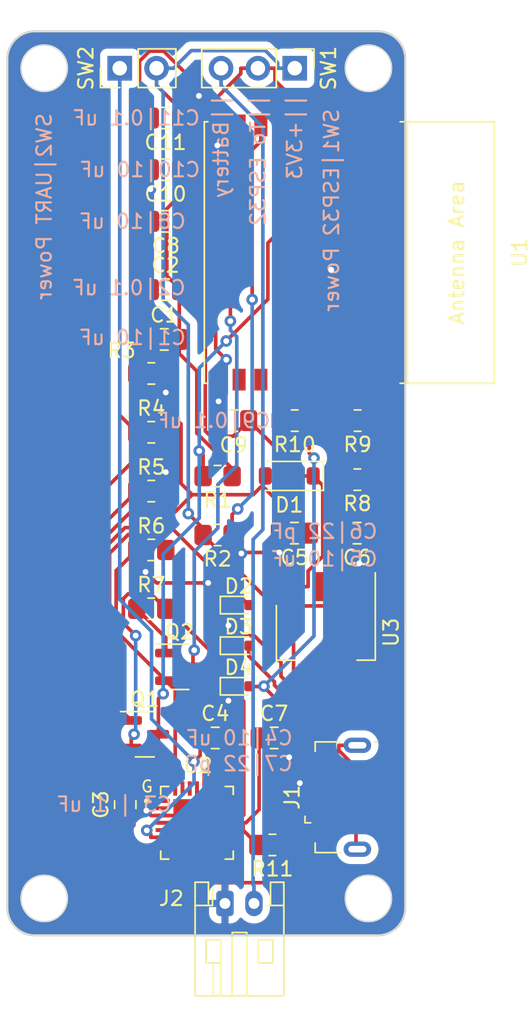
<source format=kicad_pcb>
(kicad_pcb (version 20221018) (generator pcbnew)
  (layers (0 "F.Cu" signal) (31 "B.Cu" signal) (34 "B.Paste" user) (35 "F.Paste" user) (36 "B.SilkS" user "B.Silkscreen") (37 "F.SilkS" user "F.Silkscreen") (38 "B.Mask" user) (39 "F.Mask" user) (44 "Edge.Cuts" user))
  (net 0 "")
  (net 1 "GND")
  (net 2 "+3V3")
  (net 3 "Net-(Q1-C)")
  (net 4 "Net-(D1-A)")
  (net 5 "Net-(U2-GPIO.0{slash}TXT)")
  (net 6 "Net-(U2-GPIO.1{slash}RXT)")
  (net 7 "+5V")
  (net 8 "Net-(D3-A)")
  (net 9 "Net-(D4-A)")
  (net 11 "unconnected-(J1-Shield-Pad6)")
  (net 12 "Net-(Q1-B)")
  (net 13 "Net-(Q1-E)")
  (net 14 "Net-(Q2-B)")
  (net 15 "Net-(Q2-E)")
  (net 16 "Net-(Q2-C)")
  (net 17 "Net-(U1-GPIO8)")
  (net 18 "Net-(U2-~{RST})")
  (net 19 "Net-(U2-~{SUSPEND})")
  (net 20 "Net-(U1-GPIO19{slash}USB_D+)")
  (net 21 "Net-(U1-GPIO18{slash}USB_D-)")
  (net 24 "PowerToESP32")
  (net 25 "Net-(J2-Pin_2)")
  (net 51 "SDA")
  (net 52 "SCL")
  (net 53 "Net-(U2-VDD)")
  (footprint "Capacitor_SMD:C_0805_2012Metric_Pad1.18x1.45mm_HandSolder" (layer "F.Cu") (at 88.8785 57.404 180)
    (fp_text reference "C11")
    (fp_text value "0.1 uF")
  )
  (footprint "Package_TO_SOT_SMD:SOT-23" (layer "F.Cu") (at 89.8375 95.184)
    (fp_text reference "Q2")
    (fp_text value "BC818")
  )
  (footprint "Resistor_SMD:R_0805_2012Metric_Pad1.20x1.40mm_HandSolder" (layer "F.Cu") (at 87.9 79.036)
    (fp_text reference "R4")
    (fp_text value "1k")
  )
  (footprint "Resistor_SMD:R_0805_2012Metric_Pad1.20x1.40mm_HandSolder" (layer "F.Cu") (at 92.472 86.106 180)
    (fp_text reference "R2")
    (fp_text value "10k")
  )
  (footprint "Connector_PinHeader_2.54mm:PinHeader_1x03_P2.54mm_Vertical" (layer "F.Cu") (at 97.79 53.975 -90)
    (fp_text reference "SW1")
    (fp_text value "SW_DPDT_x2")
  )
  (footprint "Connector_JST:JST_PH_S2B-PH-K_1x02_P2.00mm_Horizontal" (layer "F.Cu") (at 92.98 111.469)
    (fp_text reference "J2")
    (fp_text value "Battery_Connector")
  )
  (footprint "Capacitor_SMD:C_0805_2012Metric_Pad1.18x1.45mm_HandSolder" (layer "F.Cu") (at 88.8785 69.215)
    (fp_text reference "C2")
    (fp_text value "0.1 uF")
  )
  (footprint "Capacitor_SMD:C_0805_2012Metric_Pad1.18x1.45mm_HandSolder" (layer "F.Cu") (at 88.7945 72.644)
    (fp_text reference "C1")
    (fp_text value "10 uF")
  )
  (footprint "Diode_SMD:D_SOD-523" (layer "F.Cu") (at 93.918 96.52)
    (fp_text reference "D4")
    (fp_text value "1N914WT")
  )
  (footprint "Resistor_SMD:R_0805_2012Metric_Pad1.20x1.40mm_HandSolder" (layer "F.Cu") (at 102.108 82.296 180)
    (fp_text reference "R8")
    (fp_text value "0")
  )
  (footprint "Package_TO_SOT_SMD:SOT-23" (layer "F.Cu") (at 87.4545 99.822)
    (fp_text reference "Q1")
    (fp_text value "BC818")
  )
  (footprint "Capacitor_SMD:C_0805_2012Metric_Pad1.18x1.45mm_HandSolder" (layer "F.Cu") (at 92.3075 100.076)
    (fp_text reference "C4")
    (fp_text value "10 uF")
  )
  (footprint "Resistor_SMD:R_0805_2012Metric_Pad1.20x1.40mm_HandSolder" (layer "F.Cu") (at 97.79 78.232 180)
    (fp_text reference "R10")
    (fp_text value "0")
  )
  (footprint "Connector_USB:USB_Micro-B_GCT_USB3076-30-A" (layer "F.Cu") (at 100.908 104.159 90)
    (fp_text reference "J1")
    (fp_text value "USB_B_Micro")
  )
  (footprint "Resistor_SMD:R_0805_2012Metric_Pad1.20x1.40mm_HandSolder" (layer "F.Cu") (at 87.9 91.186)
    (fp_text reference "R7")
    (fp_text value "10k")
  )
  (footprint "Package_TO_SOT_SMD:SOT-223-3_TabPin2" (layer "F.Cu") (at 99.935 92.812 -90)
    (fp_text reference "U3")
    (fp_text value "LD1117S33TR_SOT223")
  )
  (footprint "Connector_PinHeader_2.54mm:PinHeader_1x02_P2.54mm_Vertical" (layer "F.Cu") (at 85.725 53.975 90)
    (fp_text reference "SW2")
    (fp_text value "SW_DIP_x01")
  )
  (footprint "Resistor_SMD:R_0805_2012Metric_Pad1.20x1.40mm_HandSolder" (layer "F.Cu") (at 87.9 74.986)
    (fp_text reference "R3")
    (fp_text value "47.5k")
  )
  (footprint "Resistor_SMD:R_0805_2012Metric_Pad1.20x1.40mm_HandSolder" (layer "F.Cu") (at 92.472 82.056 180)
    (fp_text reference "R1")
    (fp_text value "10k")
  )
  (footprint "Capacitor_SMD:C_0805_2012Metric_Pad1.18x1.45mm_HandSolder" (layer "F.Cu") (at 97.7685 85.979 180)
    (fp_text reference "C5")
    (fp_text value "1 uF")
  )
  (footprint "espressif kicad-libraries main footprints-Espressif:ESP32-C3-WROOM-02" (layer "F.Cu") (at 98.555 66.662 -90)
    (fp_text reference "U1")
    (fp_text value "ESP32-C3-WROOM-02")
  )
  (footprint "Resistor_SMD:R_0805_2012Metric_Pad1.20x1.40mm_HandSolder" (layer "F.Cu") (at 87.9 87.136)
    (fp_text reference "R6")
    (fp_text value "10k")
  )
  (footprint "Capacitor_SMD:C_0805_2012Metric_Pad1.18x1.45mm_HandSolder" (layer "F.Cu") (at 102.0865 85.979 180)
    (fp_text reference "C6")
    (fp_text value "22 pF")
  )
  (footprint "Resistor_SMD:R_0805_2012Metric_Pad1.20x1.40mm_HandSolder" (layer "F.Cu") (at 87.9 83.086)
    (fp_text reference "R5")
    (fp_text value "10k")
  )
  (footprint "Resistor_SMD:R_0805_2012Metric_Pad1.20x1.40mm_HandSolder" (layer "F.Cu") (at 102.124 78.232 180)
    (fp_text reference "R9")
    (fp_text value "0")
  )
  (footprint "Diode_SMD:D_SOD-523" (layer "F.Cu") (at 93.918 93.726)
    (fp_text reference "D3")
    (fp_text value "1N914WT")
  )
  (footprint "Capacitor_SMD:C_0805_2012Metric_Pad1.18x1.45mm_HandSolder" (layer "F.Cu") (at 88.8785 60.96 180)
    (fp_text reference "C10")
    (fp_text value "10 uF")
  )
  (footprint "Capacitor_SMD:C_0805_2012Metric_Pad1.18x1.45mm_HandSolder" (layer "F.Cu") (at 96.3715 100.076)
    (fp_text reference "C7")
    (fp_text value "22 pF")
  )
  (footprint "Capacitor_SMD:C_0805_2012Metric_Pad1.18x1.45mm_HandSolder" (layer "F.Cu") (at 88.9 64.516 180)
    (fp_text reference "C8")
    (fp_text value "10 uF")
  )
  (footprint "Diode_SMD:D_SOD-523" (layer "F.Cu") (at 93.918 90.932)
    (fp_text reference "D2")
    (fp_text value "1N914WT")
  )
  (footprint "Capacitor_SMD:C_0805_2012Metric_Pad1.18x1.45mm_HandSolder" (layer "F.Cu") (at 86.106 104.6695 90)
    (fp_text reference "C3")
    (fp_text value "1 uF")
  )
  (footprint "Diode_SMD:D_SOD-123" (layer "F.Cu") (at 97.41 82.042 180)
    (fp_text reference "D1")
    (fp_text value "MBR0540")
  )
  (footprint "Resistor_SMD:R_0805_2012Metric_Pad1.20x1.40mm_HandSolder" (layer "F.Cu") (at 96.25 107.442 180)
    (fp_text reference "R11")
    (fp_text value "0")
  )
  (footprint "Capacitor_SMD:C_0805_2012Metric_Pad1.18x1.45mm_HandSolder" (layer "F.Cu") (at 93.5775 78.232 180)
    (fp_text reference "C9")
    (fp_text value "0.1 uF")
  )
  (footprint "CP2102N_A02_GQFN28:QFN50P500X500X80-29N" (layer "F.Cu") (at 91.0505 105.918)
    (fp_text reference "U2")
    (fp_text value "CP2102N-A02-GQFN28")
  )
  (gr_circle (center 80.518 111.125) (end 82.118 111.125) (stroke (width 0.1)) (fill none) (layer "Edge.Cuts"))
  (gr_arc (start 79.883 113.665) (mid 78.535962 113.107038) (end 77.978 111.76) (stroke (width 0.15)) (layer "Edge.Cuts"))
  (gr_arc (start 105.41 111.76) (mid 104.852038 113.107038) (end 103.505 113.665) (stroke (width 0.15)) (layer "Edge.Cuts"))
  (gr_circle (center 80.518 53.975) (end 82.118 53.975) (stroke (width 0.1)) (fill none) (layer "Edge.Cuts"))
  (gr_line (start 105.41 53.34) (end 105.41 111.76) (stroke (width 0.15)) (layer "Edge.Cuts"))
  (gr_arc (start 103.505 51.435) (mid 104.852038 51.992962) (end 105.41 53.34) (stroke (width 0.15)) (layer "Edge.Cuts"))
  (gr_arc (start 77.978 53.34) (mid 78.535962 51.992962) (end 79.883 51.435) (stroke (width 0.15)) (layer "Edge.Cuts"))
  (gr_circle (center 102.87 53.975) (end 104.47 53.975) (stroke (width 0.1)) (fill none) (layer "Edge.Cuts"))
  (gr_circle (center 102.87 111.125) (end 104.47 111.125) (stroke (width 0.1)) (fill none) (layer "Edge.Cuts"))
  (gr_line (start 77.978 111.76) (end 77.978 53.34) (stroke (width 0.15)) (layer "Edge.Cuts"))
  (gr_line (start 79.883 51.435) (end 103.505 51.435) (stroke (width 0.15)) (layer "Edge.Cuts"))
  (gr_line (start 103.505 113.665) (end 79.883 113.665) (stroke (width 0.15)) (layer "Edge.Cuts"))
  (gr_text "C2|0.1 uF" (at 86.36 69.088) (layer "B.SilkS") (effects (font (size 1 1)) (justify mirror)))
  (gr_text "C7|22 pF" (at 93.98 101.854) (layer "B.SilkS") (effects (font (size 1 1)) (justify mirror)))
  (gr_text "||+3V3" (at 97.79 55.626 90) (layer "B.SilkS") (effects (font (size 1 1)) (justify left mirror)))
  (gr_text "C10|10 uF" (at 87.122 60.96) (layer "B.SilkS") (effects (font (size 1 1)) (justify mirror)))
  (gr_text "C11|0.1 uF" (at 86.868 57.404) (layer "B.SilkS") (effects (font (size 1 1)) (justify mirror)))
  (gr_text "C5|10 uF" (at 99.822 87.757) (layer "B.SilkS") (effects (font (size 1 1)) (justify mirror)))
  (gr_text "SW2|UART Power" (at 80.518 63.5 90) (layer "B.SilkS") (effects (font (size 1 1)) (justify mirror)))
  (gr_text "C6|22 pF" (at 99.822 85.859) (layer "B.SilkS") (effects (font (size 1 1)) (justify mirror)))
  (gr_text "SW1|ESP32 Power" (at 100.33 63.754 90) (layer "B.SilkS") (effects (font (size 1 1)) (justify mirror)))
  (gr_text "C8|10 uF" (at 86.614 64.516) (layer "B.SilkS") (effects (font (size 1 1)) (justify mirror)))
  (gr_text "||Battery" (at 92.71 55.626 90) (layer "B.SilkS") (effects (font (size 1 1)) (justify left mirror)))
  (gr_text "C1|10 uF" (at 86.614 72.517) (layer "B.SilkS") (effects (font (size 1 1)) (justify mirror)))
  (gr_text "C4|10 uF" (at 93.98 100.076) (layer "B.SilkS") (effects (font (size 1 1)) (justify mirror)))
  (gr_text "C3 | 1 uF" (at 85.344 104.648) (layer "B.SilkS") (effects (font (size 1 1)) (justify mirror)))
  (gr_text "C9|0.1 uF" (at 92.202 78.232) (layer "B.SilkS") (effects (font (size 1 1)) (justify mirror)))
  (gr_text "||To ESP32" (at 95.25 55.626 90) (layer "B.SilkS") (effects (font (size 1 1)) (justify left mirror)))
  (gr_text "G" (at 87.122 103.886) (layer "F.SilkS") (effects (font (size 0.8 0.8) (thickness 0.125)) (justify left bottom)))
  (segment (start 88.9 81.7806) (end 88.9 83.086) (width 0.25) (layer "F.Cu") (net 1))
  (segment (start 87.841 64.5375) (end 87.8625 64.516) (width 0.25) (layer "F.Cu") (net 1))
  (segment (start 92.3419 59.3974) (end 92.455 59.2843) (width 0.25) (layer "F.Cu") (net 1))
  (segment (start 91.186 55.234299) (end 91.186 55.88) (width 0.25) (layer "F.Cu") (net 1))
  (segment (start 93.218 96.52) (end 93.218 97.514) (width 0.25) (layer "F.Cu") (net 1))
  (segment (start 88.265 89.408) (end 87.503 88.646) (width 0.25) (layer "F.Cu") (net 1))
  (segment (start 98.255 67.047) (end 98.255 67.572) (width 0.25) (layer "F.Cu") (net 1))
  (segment (start 88.9 74.986) (end 88.9 76.2944) (width 0.25) (layer "F.Cu") (net 1))
  (segment (start 92.455 59.2843) (end 92.455 57.912) (width 0.25) (layer "F.Cu") (net 1))
  (segment (start 88.9 74.986) (end 88.9 73.787) (width 0.25) (layer "F.Cu") (net 1))
  (segment (start 87.09 53.488299) (end 87.778299 52.8) (width 0.25) (layer "F.Cu") (net 1))
  (segment (start 86.1128 103.632) (end 86.106 103.632) (width 0.25) (layer "F.Cu") (net 1))
  (segment (start 98.255 66.522) (end 98.255 67.047) (width 0.25) (layer "F.Cu") (net 1))
  (segment (start 87.8686 105.3878) (end 87.5619 105.0811) (width 0.25) (layer "F.Cu") (net 1))
  (segment (start 97.409 100.076) (end 97.409 101.404) (width 0.25) (layer "F.Cu") (net 1))
  (segment (start 96.731 87.3102) (end 96.731 85.979) (width 0.25) (layer "F.Cu") (net 1))
  (segment (start 97.155 66.522) (end 97.155 67.047) (width 0.25) (layer "F.Cu") (net 1))
  (segment (start 96.731 87.3102) (end 94.1728 87.3102) (width 0.25) (layer "F.Cu") (net 1))
  (segment (start 102.235 88.0578) (end 101.049 86.8718) (width 0.25) (layer "F.Cu") (net 1))
  (segment (start 94.1728 87.3102) (end 94.107 87.376) (width 0.25) (layer "F.Cu") (net 1))
  (segment (start 88.9 73.787) (end 87.757 72.644) (width 0.25) (layer "F.Cu") (net 1))
  (segment (start 88.6905 105.418) (end 87.8686 105.418) (width 0.25) (layer "F.Cu") (net 1))
  (segment (start 92.54 76.904) (end 92.54 78.232) (width 0.25) (layer "F.Cu") (net 1))
  (segment (start 99.458 102.859) (end 98.4311 102.859) (width 0.25) (layer "F.Cu") (net 1))
  (segment (start 87.8686 105.418) (end 87.8686 105.3878) (width 0.25) (layer "F.Cu") (net 1))
  (segment (start 87.841 60.96) (end 87.841 57.404) (width 0.25) (layer "F.Cu") (net 1))
  (segment (start 90.5505 105.418) (end 91.0505 105.918) (width 0.25) (layer "F.Cu") (net 1))
  (segment (start 97.155 67.047) (end 97.155 67.572) (width 0.25) (layer "F.Cu") (net 1))
  (segment (start 93.218 97.514) (end 93.345 97.641) (width 0.25) (layer "F.Cu") (net 1))
  (segment (start 93.218 92.3302) (end 93.218 90.932) (width 0.25) (layer "F.Cu") (net 1))
  (segment (start 92.3419 73.3136) (end 92.3419 59.3974) (width 0.25) (layer "F.Cu") (net 1))
  (segment (start 98.4311 102.8958) (end 98.4311 102.859) (width 0.25) (layer "F.Cu") (net 1))
  (segment (start 87.841 62.3042) (end 87.8625 62.3257) (width 0.25) (layer "F.Cu") (net 1))
  (segment (start 98.255 68.722) (end 97.8319 68.722) (width 0.25) (layer "F.Cu") (net 1))
  (segment (start 87.841 69.215) (end 87.841 72.56) (width 0.25) (layer "F.Cu") (net 1))
  (segment (start 87.841 69.215) (end 87.841 64.5375) (width 0.25) (layer "F.Cu") (net 1))
  (segment (start 87.841 62.3042) (end 87.841 60.96) (width 0.25) (layer "F.Cu") (net 1))
  (segment (start 99.355 67.572) (end 100.0319 67.572) (width 0.25) (layer "F.Cu") (net 1))
  (segment (start 87.5619 105.0811) (end 86.1128 103.632) (width 0.25) (layer "F.Cu") (net 1))
  (segment (start 101.049 86.8718) (end 101.049 85.979) (width 0.25) (layer "F.Cu") (net 1))
  (segment (start 98.255 67.572) (end 98.9319 67.572) (width 0.25) (layer "F.Cu") (net 1))
  (segment (start 88.6905 105.418) (end 90.5505 105.418) (width 0.25) (layer "F.Cu") (net 1))
  (segment (start 99.355 68.722) (end 98.9319 68.722) (width 0.25) (layer "F.Cu") (net 1))
  (segment (start 93.345 97.641) (end 93.345 100.076) (width 0.25) (layer "F.Cu") (net 1))
  (segment (start 98.255 68.722) (end 98.9319 68.722) (width 0.25) (layer "F.Cu") (net 1))
  (segment (start 99.355 67.572) (end 99.355 66.522) (width 0.25) (layer "F.Cu") (net 1))
  (segment (start 99.355 67.572) (end 99.355 68.722) (width 0.25) (layer "F.Cu") (net 1))
  (segment (start 98.255 67.047) (end 97.155 67.047) (width 0.25) (layer "F.Cu") (net 1))
  (segment (start 98.1405 103.1864) (end 98.4311 102.8958) (width 0.25) (layer "F.Cu") (net 1))
  (segment (start 93.0693 74.041) (end 92.3419 73.3136) (width 0.25) (layer "F.Cu") (net 1))
  (segment (start 99.355 67.572) (end 98.9319 67.572) (width 0.25) (layer "F.Cu") (net 1))
  (segment (start 87.8625 62.3257) (end 87.8625 64.516) (width 0.25) (layer "F.Cu") (net 1))
  (segment (start 87.841 72.56) (end 87.757 72.644) (width 0.25) (layer "F.Cu") (net 1))
  (segment (start 87.09 56.653) (end 87.09 53.488299) (width 0.25) (layer "F.Cu") (net 1))
  (segment (start 91.821 89.408) (end 88.265 89.408) (width 0.25) (layer "F.Cu") (net 1))
  (segment (start 87.841 57.404) (end 87.09 56.653) (width 0.25) (layer "F.Cu") (net 1))
  (segment (start 87.778299 52.8) (end 88.751701 52.8) (width 0.25) (layer "F.Cu") (net 1))
  (segment (start 100.0319 67.572) (end 100.3077 67.8478) (width 0.25) (layer "F.Cu") (net 1))
  (segment (start 93.218 93.726) (end 93.218 92.3302) (width 0.25) (layer "F.Cu") (net 1))
  (segment (start 88.751701 52.8) (end 91.186 55.234299) (width 0.25) (layer "F.Cu") (net 1))
  (segment (start 97.155 68.722) (end 97.8319 68.722) (width 0.25) (layer "F.Cu") (net 1))
  (segment (start 102.235 88.0578) (end 102.235 89.662) (width 0.25) (layer "F.Cu") (net 1))
  (via (at 88.9 81.7806) (size 0.8) (drill 0.4) (layers "F.Cu" "B.Cu") (net 1))
  (via (at 98.1405 103.1864) (size 0.8) (drill 0.4) (layers "F.Cu" "B.Cu") (net 1))
  (via (at 93.0693 74.041) (size 0.8) (drill 0.4) (layers "F.Cu" "B.Cu") (net 1))
  (via (at 102.235 88.0578) (size 0.8) (drill 0.4) (layers "F.Cu" "B.Cu") (net 1))
  (via (at 92.455 59.2843) (size 0.8) (drill 0.4) (layers "F.Cu" "B.Cu") (net 1))
  (via (at 93.218 97.514) (size 0.8) (drill 0.4) (layers "F.Cu" "B.Cu") (net 1))
  (via (at 87.5619 105.0811) (size 0.8) (drill 0.4) (layers "F.Cu" "B.Cu") (net 1))
  (via (at 91.186 55.88) (size 0.8) (drill 0.4) (layers "F.Cu" "B.Cu") (net 1))
  (via (at 96.731 87.3102) (size 0.8) (drill 0.4) (layers "F.Cu" "B.Cu") (net 1))
  (via (at 87.841 62.3042) (size 0.8) (drill 0.4) (layers "F.Cu" "B.Cu") (net 1))
  (via (at 91.821 89.408) (size 0.8) (drill 0.4) (layers "F.Cu" "B.Cu") (net 1))
  (via (at 87.503 88.646) (size 0.8) (drill 0.4) (layers "F.Cu" "B.Cu") (net 1))
  (via (at 88.9 76.2944) (size 0.8) (drill 0.4) (layers "F.Cu" "B.Cu") (net 1))
  (via (at 92.54 76.904) (size 0.8) (drill 0.4) (layers "F.Cu" "B.Cu") (net 1))
  (via (at 94.107 87.376) (size 0.8) (drill 0.4) (layers "F.Cu" "B.Cu") (net 1))
  (via (at 97.409 101.404) (size 0.8) (drill 0.4) (layers "F.Cu" "B.Cu") (net 1))
  (via (at 100.3077 67.8478) (size 0.8) (drill 0.4) (layers "F.Cu" "B.Cu") (net 1))
  (via (at 93.218 92.3302) (size 0.8) (drill 0.4) (layers "F.Cu" "B.Cu") (net 1))
  (segment (start 91.186 55.88) (end 91.186 58.0153) (width 0.25) (layer "B.Cu") (net 1))
  (segment (start 93.0693 76.3747) (end 93.0693 74.041) (width 0.25) (layer "B.Cu") (net 1))
  (segment (start 91.186 58.0153) (end 92.455 59.2843) (width 0.25) (layer "B.Cu") (net 1))
  (segment (start 94.107 87.376) (end 93.853 87.376) (width 0.25) (layer "B.Cu") (net 1))
  (segment (start 93.853 87.376) (end 91.821 89.408) (width 0.25) (layer "B.Cu") (net 1))
  (segment (start 92.54 76.904) (end 93.0693 76.3747) (width 0.25) (layer "B.Cu") (net 1))
  (segment (start 99.935 90.9889) (end 98.3321 90.9889) (width 0.25) (layer "F.Cu") (net 2))
  (segment (start 89.916 57.404) (end 89.916 56.8029) (width 0.25) (layer "F.Cu") (net 2))
  (segment (start 89.916 56.8029) (end 88.265 55.1519) (width 0.25) (layer "F.Cu") (net 2))
  (segment (start 97.7081 91.6129) (end 96.9789 91.6129) (width 0.25) (layer "F.Cu") (net 2))
  (segment (start 97.7081 95.962) (end 97.7081 91.6129) (width 0.25) (layer "F.Cu") (net 2))
  (segment (start 91.472 85.6528) (end 90.4518 84.6326) (width 0.25) (layer "F.Cu") (net 2))
  (segment (start 99.935 89.662) (end 99.935 90.9889) (width 0.25) (layer "F.Cu") (net 2))
  (segment (start 89.916 60.96) (end 89.916 57.404) (width 0.25) (layer "F.Cu") (net 2))
  (segment (start 88.265 53.975) (end 88.265 55.1519) (width 0.25) (layer "F.Cu") (net 2))
  (segment (start 99.935 95.962) (end 97.7081 95.962) (width 0.25) (layer "F.Cu") (net 2))
  (segment (start 91.472 86.106) (end 91.472 85.6528) (width 0.25) (layer "F.Cu") (net 2))
  (segment (start 98.3321 90.9889) (end 97.7081 91.6129) (width 0.25) (layer "F.Cu") (net 2))
  (segment (start 96.9789 91.6129) (end 91.472 86.106) (width 0.25) (layer "F.Cu") (net 2))
  (via (at 90.4518 84.6326) (size 0.8) (drill 0.4) (layers "F.Cu" "B.Cu") (net 2))
  (segment (start 95.7673 52.7614) (end 90.6555 52.7614) (width 0.25) (layer "B.Cu") (net 2))
  (segment (start 90.6555 52.7614) (end 89.4419 53.975) (width 0.25) (layer "B.Cu") (net 2))
  (segment (start 90.4518 71.6421) (end 88.7192 69.9095) (width 0.25) (layer "B.Cu") (net 2))
  (segment (start 90.4518 84.6326) (end 90.4518 71.6421) (width 0.25) (layer "B.Cu") (net 2))
  (segment (start 96.6131 53.975) (end 96.6131 53.6072) (width 0.25) (layer "B.Cu") (net 2))
  (segment (start 88.265 53.975) (end 89.4419 53.975) (width 0.25) (layer "B.Cu") (net 2))
  (segment (start 88.7192 69.9095) (end 88.7192 55.6061) (width 0.25) (layer "B.Cu") (net 2))
  (segment (start 88.265 53.975) (end 88.265 55.1519) (width 0.25) (layer "B.Cu") (net 2))
  (segment (start 97.79 53.975) (end 96.6131 53.975) (width 0.25) (layer "B.Cu") (net 2))
  (segment (start 88.7192 55.6061) (end 88.265 55.1519) (width 0.25) (layer "B.Cu") (net 2))
  (segment (start 96.6131 53.6072) (end 95.7673 52.7614) (width 0.25) (layer "B.Cu") (net 2))
  (segment (start 91.472 80.5854) (end 91.2078 80.3212) (width 0.25) (layer "F.Cu") (net 3))
  (segment (start 88.392 97.3678) (end 88.7217 97.0381) (width 0.25) (layer "F.Cu") (net 3))
  (segment (start 95.9372 66.0067) (end 95.9372 69.8827) (width 0.25) (layer "F.Cu") (net 3))
  (segment (start 102.955 58.9889) (end 95.9372 66.0067) (width 0.25) (layer "F.Cu") (net 3))
  (segment (start 95.9372 69.8827) (end 93.0669 72.753) (width 0.25) (layer "F.Cu") (net 3))
  (segment (start 85.0124 103.0902) (end 85.0124 104.6134) (width 0.25) (layer "F.Cu") (net 3))
  (segment (start 86.7775 101.9847) (end 86.1179 101.9847) (width 0.25) (layer "F.Cu") (net 3))
  (segment (start 86.1179 101.9847) (end 85.0124 103.0902) (width 0.25) (layer "F.Cu") (net 3))
  (segment (start 88.392 99.822) (end 88.392 97.3678) (width 0.25) (layer "F.Cu") (net 3))
  (segment (start 102.955 57.912) (end 102.955 58.9889) (width 0.25) (layer "F.Cu") (net 3))
  (segment (start 91.472 82.056) (end 91.472 80.5854) (width 0.25) (layer "F.Cu") (net 3))
  (segment (start 88.392 99.822) (end 88.392 100.3702) (width 0.25) (layer "F.Cu") (net 3))
  (segment (start 88.392 100.3702) (end 86.7775 101.9847) (width 0.25) (layer "F.Cu") (net 3))
  (segment (start 85.0124 104.6134) (end 86.106 105.707) (width 0.25) (layer "F.Cu") (net 3))
  (via (at 88.7217 97.0381) (size 0.8) (drill 0.4) (layers "F.Cu" "B.Cu") (net 3))
  (via (at 93.0669 72.753) (size 0.8) (drill 0.4) (layers "F.Cu" "B.Cu") (net 3))
  (via (at 91.2078 80.3212) (size 0.8) (drill 0.4) (layers "F.Cu" "B.Cu") (net 3))
  (segment (start 93.0669 72.753) (end 91.2078 74.6121) (width 0.25) (layer "B.Cu") (net 3))
  (segment (start 91.2078 80.3212) (end 91.2078 84.9393) (width 0.25) (layer "B.Cu") (net 3))
  (segment (start 88.7217 87.4254) (end 88.7217 97.0381) (width 0.25) (layer "B.Cu") (net 3))
  (segment (start 91.2078 84.9393) (end 88.7217 87.4254) (width 0.25) (layer "B.Cu") (net 3))
  (segment (start 91.2078 74.6121) (end 91.2078 80.3212) (width 0.25) (layer "B.Cu") (net 3))
  (segment (start 88.3379 77.928) (end 89.4107 77.928) (width 0.25) (layer "F.Cu") (net 4))
  (segment (start 89.4107 77.928) (end 89.9501 78.4674) (width 0.25) (layer "F.Cu") (net 4))
  (segment (start 86.7524 110.0409) (end 96.2983 110.0409) (width 0.25) (layer "F.Cu") (net 4))
  (segment (start 89.9501 78.4674) (end 89.9501 82.5616) (width 0.25) (layer "F.Cu") (net 4))
  (segment (start 84.5197 105.8145) (end 84.5197 87.1722) (width 0.25) (layer "F.Cu") (net 4))
  (segment (start 95.5417 82.7147) (end 98.806 85.979) (width 0.25) (layer "F.Cu") (net 4))
  (segment (start 86.0957 85.5962) (end 89.2822 85.5962) (width 0.25) (layer "F.Cu") (net 4))
  (segment (start 89.9501 82.5616) (end 90.7223 83.3338) (width 0.25) (layer "F.Cu") (net 4))
  (segment (start 94.9226 83.3338) (end 90.7223 83.3338) (width 0.25) (layer "F.Cu") (net 4))
  (segment (start 88.3379 77.928) (end 86.9 76.4901) (width 0.25) (layer "F.Cu") (net 4))
  (segment (start 83.1358 84.5277) (end 83.1358 106.4243) (width 0.25) (layer "F.Cu") (net 4))
  (segment (start 90.7223 83.3338) (end 89.2822 84.7739) (width 0.25) (layer "F.Cu") (net 4))
  (segment (start 89.2822 84.7739) (end 89.2822 85.5962) (width 0.25) (layer "F.Cu") (net 4))
  (segment (start 83.1358 106.4243) (end 86.7524 110.0409) (width 0.25) (layer "F.Cu") (net 4))
  (segment (start 84.5197 87.1722) (end 86.0957 85.5962) (width 0.25) (layer "F.Cu") (net 4))
  (segment (start 95.76 82.4964) (end 95.5417 82.7147) (width 0.25) (layer "F.Cu") (net 4))
  (segment (start 86.9 76.4901) (end 86.9 74.986) (width 0.25) (layer "F.Cu") (net 4))
  (segment (start 96.2983 110.0409) (end 98.4311 107.9081) (width 0.25) (layer "F.Cu") (net 4))
  (segment (start 95.76 82.042) (end 95.76 82.4964) (width 0.25) (layer "F.Cu") (net 4))
  (segment (start 87.9 79.7635) (end 83.1358 84.5277) (width 0.25) (layer "F.Cu") (net 4))
  (segment (start 87.9 78.3659) (end 87.9 79.7635) (width 0.25) (layer "F.Cu") (net 4))
  (segment (start 89.5505 108.278) (end 86.9832 108.278) (width 0.25) (layer "F.Cu") (net 4))
  (segment (start 89.2822 85.5962) (end 94.618 90.932) (width 0.25) (layer "F.Cu") (net 4))
  (segment (start 99.458 105.459) (end 98.4311 105.459) (width 0.25) (layer "F.Cu") (net 4))
  (segment (start 86.9832 108.278) (end 84.5197 105.8145) (width 0.25) (layer "F.Cu") (net 4))
  (segment (start 88.3379 77.928) (end 87.9 78.3659) (width 0.25) (layer "F.Cu") (net 4))
  (segment (start 95.5417 82.7147) (end 94.9226 83.3338) (width 0.25) (layer "F.Cu") (net 4))
  (segment (start 98.4311 107.9081) (end 98.4311 105.459) (width 0.25) (layer "F.Cu") (net 4))
  (segment (start 94.2772 105.3732) (end 94.2324 105.418) (width 0.25) (layer "F.Cu") (net 5))
  (segment (start 101.108 82.296) (end 103.124 84.312) (width 0.25) (layer "F.Cu") (net 5))
  (segment (start 103.124 84.312) (end 103.124 85.979) (width 0.25) (layer "F.Cu") (net 5))
  (segment (start 95.0024 93.0399) (end 94.2746 93.0399) (width 0.25) (layer "F.Cu") (net 5))
  (segment (start 96.8432 94.8807) (end 95.0024 93.0399) (width 0.25) (layer "F.Cu") (net 5))
  (segment (start 101.9475 97.3616) (end 97.9723 97.3616) (width 0.25) (layer "F.Cu") (net 5))
  (segment (start 97.5754 96.5586) (end 96.8432 95.8264) (width 0.25) (layer "F.Cu") (net 5))
  (segment (start 103.3119 95.9972) (end 101.9475 97.3616) (width 0.25) (layer "F.Cu") (net 5))
  (segment (start 93.4105 105.418) (end 94.2324 105.418) (width 0.25) (layer "F.Cu") (net 5))
  (segment (start 94.2746 93.0399) (end 93.9603 93.3542) (width 0.25) (layer "F.Cu") (net 5))
  (segment (start 93.9603 93.3542) (end 93.9603 97.2304) (width 0.25) (layer "F.Cu") (net 5))
  (segment (start 97.5754 96.9647) (end 97.5754 96.5586) (width 0.25) (layer "F.Cu") (net 5))
  (segment (start 103.124 85.979) (end 103.3119 86.1669) (width 0.25) (layer "F.Cu") (net 5))
  (segment (start 96.8432 95.8264) (end 96.8432 94.8807) (width 0.25) (layer "F.Cu") (net 5))
  (segment (start 94.2772 97.5473) (end 94.2772 105.3732) (width 0.25) (layer "F.Cu") (net 5))
  (segment (start 93.9603 97.2304) (end 94.2772 97.5473) (width 0.25) (layer "F.Cu") (net 5))
  (segment (start 103.3119 86.1669) (end 103.3119 95.9972) (width 0.25) (layer "F.Cu") (net 5))
  (segment (start 97.9723 97.3616) (end 97.5754 96.9647) (width 0.25) (layer "F.Cu") (net 5))
  (segment (start 94.2324 106.4244) (end 95.25 107.442) (width 0.25) (layer "F.Cu") (net 6))
  (segment (start 93.4105 105.918) (end 94.2324 105.918) (width 0.25) (layer "F.Cu") (net 6))
  (segment (start 94.427 105.918) (end 94.2324 105.918) (width 0.25) (layer "F.Cu") (net 6))
  (segment (start 95.334 105.011) (end 94.427 105.918) (width 0.25) (layer "F.Cu") (net 6))
  (segment (start 94.2324 105.918) (end 94.2324 106.4244) (width 0.25) (layer "F.Cu") (net 6))
  (segment (start 95.334 100.076) (end 95.334 105.011) (width 0.25) (layer "F.Cu") (net 6))
  (segment (start 91.6246 78.9481) (end 91.9865 79.31) (width 0.25) (layer "F.Cu") (net 7))
  (segment (start 99.7216 82.7036) (end 99.06 82.042) (width 0.25) (layer "F.Cu") (net 7))
  (segment (start 89.9375 64.516) (end 91.6246 66.2031) (width 0.25) (layer "F.Cu") (net 7))
  (segment (start 98.7119 88.5851) (end 99.7216 87.5754) (width 0.25) (layer "F.Cu") (net 7))
  (segment (start 98.425 82.042) (end 94.615 78.232) (width 0.25) (layer "F.Cu") (net 7))
  (segment (start 93.537 79.31) (end 94.615 78.232) (width 0.25) (layer "F.Cu") (net 7))
  (segment (start 98.7119 89.662) (end 98.7119 88.5851) (width 0.25) (layer "F.Cu") (net 7))
  (segment (start 99.06 82.042) (end 98.425 82.042) (width 0.25) (layer "F.Cu") (net 7))
  (segment (start 97.635 89.662) (end 98.7119 89.662) (width 0.25) (layer "F.Cu") (net 7))
  (segment (start 91.9865 79.31) (end 93.537 79.31) (width 0.25) (layer "F.Cu") (net 7))
  (segment (start 99.7216 87.5754) (end 99.7216 82.7036) (width 0.25) (layer "F.Cu") (net 7))
  (segment (start 91.6246 66.2031) (end 91.6246 78.9481) (width 0.25) (layer "F.Cu") (net 7))
  (segment (start 96.3928 96.212) (end 96.3928 96.4497) (width 0.25) (layer "F.Cu") (net 8))
  (segment (start 97.3917 102.5864) (end 97.3917 103.4655) (width 0.25) (layer "F.Cu") (net 8))
  (segment (start 98.0852 104.159) (end 98.4311 104.159) (width 0.25) (layer "F.Cu") (net 8))
  (segment (start 98.3328 101.6453) (end 97.3917 102.5864) (width 0.25) (layer "F.Cu") (net 8))
  (segment (start 99.458 104.159) (end 98.4311 104.159) (width 0.25) (layer "F.Cu") (net 8))
  (segment (start 103.108 78.248) (end 103.108 82.296) (width 0.25) (layer "F.Cu") (net 8))
  (segment (start 94.618 94.4372) (end 96.3928 96.212) (width 0.25) (layer "F.Cu") (net 8))
  (segment (start 103.124 78.232) (end 103.108 78.248) (width 0.25) (layer "F.Cu") (net 8))
  (segment (start 98.2119 98.2688) (end 98.3328 98.2688) (width 0.25) (layer "F.Cu") (net 8))
  (segment (start 98.3328 98.2688) (end 98.3328 101.6453) (width 0.25) (layer "F.Cu") (net 8))
  (segment (start 98.3328 98.2688) (end 101.6939 98.2688) (width 0.25) (layer "F.Cu") (net 8))
  (segment (start 101.6939 98.2688) (end 104.0717 95.891) (width 0.25) (layer "F.Cu") (net 8))
  (segment (start 97.3917 103.4655) (end 98.0852 104.159) (width 0.25) (layer "F.Cu") (net 8))
  (segment (start 104.0717 95.891) (end 104.0717 83.2597) (width 0.25) (layer "F.Cu") (net 8))
  (segment (start 94.618 93.726) (end 94.618 94.4372) (width 0.25) (layer "F.Cu") (net 8))
  (segment (start 96.3928 96.4497) (end 98.2119 98.2688) (width 0.25) (layer "F.Cu") (net 8))
  (segment (start 104.0717 83.2597) (end 103.108 82.296) (width 0.25) (layer "F.Cu") (net 8))
  (segment (start 95.6385 96.5405) (end 95.6659 96.5131) (width 0.25) (layer "F.Cu") (net 9))
  (segment (start 98.79 80.482) (end 99.1174 80.8094) (width 0.25) (layer "F.Cu") (net 9))
  (segment (start 96.2849 102.9978) (end 98.0961 104.809) (width 0.25) (layer "F.Cu") (net 9))
  (segment (start 96.2849 97.1869) (end 96.2849 102.9978) (width 0.25) (layer "F.Cu") (net 9))
  (segment (start 95.6385 96.5405) (end 96.2849 97.1869) (width 0.25) (layer "F.Cu") (net 9))
  (segment (start 94.6385 96.5405) (end 95.6385 96.5405) (width 0.25) (layer "F.Cu") (net 9))
  (segment (start 97.25 105.9901) (end 97.25 107.442) (width 0.25) (layer "F.Cu") (net 9))
  (segment (start 98.0961 104.809) (end 98.4311 104.809) (width 0.25) (layer "F.Cu") (net 9))
  (segment (start 99.458 104.809) (end 98.4311 104.809) (width 0.25) (layer "F.Cu") (net 9))
  (segment (start 98.4311 104.809) (end 97.25 105.9901) (width 0.25) (layer "F.Cu") (net 9))
  (segment (start 94.618 96.52) (end 94.6385 96.5405) (width 0.25) (layer "F.Cu") (net 9))
  (segment (start 98.79 78.232) (end 98.79 80.482) (width 0.25) (layer "F.Cu") (net 9))
  (via (at 95.6659 96.5131) (size 0.8) (drill 0.4) (layers "F.Cu" "B.Cu") (net 9))
  (via (at 99.1174 80.8094) (size 0.8) (drill 0.4) (layers "F.Cu" "B.Cu") (net 9))
  (segment (start 99.1174 93.0616) (end 99.1174 80.8094) (width 0.25) (layer "B.Cu") (net 9))
  (segment (start 95.6659 96.5131) (end 99.1174 93.0616) (width 0.25) (layer "B.Cu") (net 9))
  (segment (start 99.878 106.479) (end 100.9299 106.479) (width 0.25) (layer "F.Cu") (net 11))
  (segment (start 100.9839 106.533) (end 100.9299 106.479) (width 0.25) (layer "F.Cu") (net 11))
  (segment (start 102.0609 106.533) (end 102.0138 106.533) (width 0.25) (layer "F.Cu") (net 11))
  (segment (start 102.0138 106.533) (end 102.0138 107.734) (width 0.25) (layer "F.Cu") (net 11))
  (segment (start 102.0138 106.533) (end 100.9839 106.533) (width 0.25) (layer "F.Cu") (net 11))
  (segment (start 102.108 106.4859) (end 102.0609 106.533) (width 0.25) (layer "F.Cu") (net 11))
  (segment (start 99.878 101.839) (end 99.929 101.839) (width 0.25) (layer "F.Cu") (net 11))
  (segment (start 101.7263 101.8321) (end 102.108 101.8321) (width 0.25) (layer "F.Cu") (net 11))
  (segment (start 102.108 100.584) (end 100.8311 100.584) (width 0.25) (layer "F.Cu") (net 11))
  (segment (start 102.108 107.734) (end 102.0138 107.734) (width 0.25) (layer "F.Cu") (net 11))
  (segment (start 102.108 103.034) (end 102.108 101.8321) (width 0.25) (layer "F.Cu") (net 11))
  (segment (start 102.108 103.034) (end 102.108 105.284) (width 0.25) (layer "F.Cu") (net 11))
  (segment (start 100.8311 100.9369) (end 101.7263 101.8321) (width 0.25) (layer "F.Cu") (net 11))
  (segment (start 100.8311 100.584) (end 100.8311 100.9369) (width 0.25) (layer "F.Cu") (net 11))
  (segment (start 102.108 105.284) (end 102.108 106.4859) (width 0.25) (layer "F.Cu") (net 11))
  (segment (start 99.929 101.839) (end 100.8311 100.9369) (width 0.25) (layer "F.Cu") (net 11))
  (segment (start 86.517 98.872) (end 85.0251 97.3801) (width 0.25) (layer "F.Cu") (net 12))
  (segment (start 86.317 86.0737) (end 87.8377 86.0737) (width 0.25) (layer "F.Cu") (net 12))
  (segment (start 85.0251 87.3656) (end 86.317 86.0737) (width 0.25) (layer "F.Cu") (net 12))
  (segment (start 87.8377 86.0737) (end 88.9 87.136) (width 0.25) (layer "F.Cu") (net 12))
  (segment (start 85.0251 97.3801) (end 85.0251 87.3656) (width 0.25) (layer "F.Cu") (net 12))
  (segment (start 91.5505 102.2755) (end 92.2247 101.6013) (width 0.25) (layer "F.Cu") (net 13))
  (segment (start 91.5505 103.558) (end 91.5505 102.2755) (width 0.25) (layer "F.Cu") (net 13))
  (segment (start 86.303 90.1581) (end 85.9721 90.489) (width 0.25) (layer "F.Cu") (net 13))
  (segment (start 89.0607 91.186) (end 88.9 91.186) (width 0.25) (layer "F.Cu") (net 13))
  (segment (start 86.7135 99.822) (end 86.517 100.0185) (width 0.25) (layer "F.Cu") (net 13))
  (segment (start 92.2247 101.6013) (end 92.2247 94.35) (width 0.25) (layer "F.Cu") (net 13))
  (segment (start 88.9 91.186) (end 87.8721 90.1581) (width 0.25) (layer "F.Cu") (net 13))
  (segment (start 86.517 100.0185) (end 86.517 100.772) (width 0.25) (layer "F.Cu") (net 13))
  (segment (start 85.9721 90.489) (end 85.9721 92.1781) (width 0.25) (layer "F.Cu") (net 13))
  (segment (start 85.9721 92.1781) (end 86.8247 93.0307) (width 0.25) (layer "F.Cu") (net 13))
  (segment (start 92.2247 94.35) (end 89.0607 91.186) (width 0.25) (layer "F.Cu") (net 13))
  (segment (start 87.8721 90.1581) (end 86.303 90.1581) (width 0.25) (layer "F.Cu") (net 13))
  (via (at 86.7135 99.822) (size 0.8) (drill 0.4) (layers "F.Cu" "B.Cu") (net 13))
  (via (at 86.8247 93.0307) (size 0.8) (drill 0.4) (layers "F.Cu" "B.Cu") (net 13))
  (segment (start 86.8247 99.7108) (end 86.7135 99.822) (width 0.25) (layer "B.Cu") (net 13))
  (segment (start 86.8247 93.0307) (end 86.8247 99.7108) (width 0.25) (layer "B.Cu") (net 13))
  (segment (start 86.9 91.186) (end 88.9 93.186) (width 0.25) (layer "F.Cu") (net 14))
  (segment (start 88.9 93.186) (end 88.9 94.234) (width 0.25) (layer "F.Cu") (net 14))
  (segment (start 89.5505 96.7845) (end 88.9 96.134) (width 0.25) (layer "F.Cu") (net 15))
  (segment (start 86.9 87.136) (end 85.477 88.559) (width 0.25) (layer "F.Cu") (net 15))
  (segment (start 85.477 88.559) (end 85.477 92.711) (width 0.25) (layer "F.Cu") (net 15))
  (segment (start 89.5505 102.7361) (end 89.5505 96.7845) (width 0.25) (layer "F.Cu") (net 15))
  (segment (start 85.477 92.711) (end 88.9 96.134) (width 0.25) (layer "F.Cu") (net 15))
  (segment (start 89.5505 103.558) (end 89.5505 102.7361) (width 0.25) (layer "F.Cu") (net 15))
  (segment (start 93.3537 59.5902) (end 93.3537 71.3814) (width 0.25) (layer "F.Cu") (net 16))
  (segment (start 93.955 57.912) (end 93.955 58.9889) (width 0.25) (layer "F.Cu") (net 16))
  (segment (start 90.775 94.1222) (end 90.8615 94.0357) (width 0.25) (layer "F.Cu") (net 16))
  (segment (start 90.775 95.184) (end 90.775 94.1222) (width 0.25) (layer "F.Cu") (net 16))
  (segment (start 93.955 58.9889) (end 93.3537 59.5902) (width 0.25) (layer "F.Cu") (net 16))
  (via (at 90.8615 94.0357) (size 0.8) (drill 0.4) (layers "F.Cu" "B.Cu") (net 16))
  (via (at 93.3537 71.3814) (size 0.8) (drill 0.4) (layers "F.Cu" "B.Cu") (net 16))
  (segment (start 93.7938 72.4519) (end 93.7938 81.3329) (width 0.25) (layer "B.Cu") (net 16))
  (segment (start 93.7938 81.3329) (end 92.4914 82.6353) (width 0.25) (layer "B.Cu") (net 16))
  (segment (start 92.4914 82.6353) (end 92.4914 85.6322) (width 0.25) (layer "B.Cu") (net 16))
  (segment (start 90.8615 87.2621) (end 90.8615 94.0357) (width 0.25) (layer "B.Cu") (net 16))
  (segment (start 93.3537 72.0119) (end 93.3538 72.0119) (width 0.25) (layer "B.Cu") (net 16))
  (segment (start 93.3537 71.3814) (end 93.3537 72.0119) (width 0.25) (layer "B.Cu") (net 16))
  (segment (start 93.3538 72.0119) (end 93.7938 72.4519) (width 0.25) (layer "B.Cu") (net 16))
  (segment (start 92.4914 85.6322) (end 90.8615 87.2621) (width 0.25) (layer "B.Cu") (net 16))
  (segment (start 94.8555 59.5884) (end 94.8555 69.9012) (width 0.25) (layer "F.Cu") (net 17))
  (segment (start 93.472 84.6994) (end 93.8576 84.3138) (width 0.25) (layer "F.Cu") (net 17))
  (segment (start 95.455 58.9889) (end 94.8555 59.5884) (width 0.25) (layer "F.Cu") (net 17))
  (segment (start 95.455 57.912) (end 95.455 58.9889) (width 0.25) (layer "F.Cu") (net 17))
  (segment (start 93.472 86.106) (end 93.472 84.6994) (width 0.25) (layer "F.Cu") (net 17))
  (via (at 94.8555 69.9012) (size 0.8) (drill 0.4) (layers "F.Cu" "B.Cu") (net 17))
  (via (at 93.8576 84.3138) (size 0.8) (drill 0.4) (layers "F.Cu" "B.Cu") (net 17))
  (segment (start 94.8555 83.3159) (end 93.8576 84.3138) (width 0.25) (layer "B.Cu") (net 17))
  (segment (start 94.8555 69.9012) (end 94.8555 83.3159) (width 0.25) (layer "B.Cu") (net 17))
  (segment (start 87.2171 84.3866) (end 87.8375 83.7662) (width 0.25) (layer "F.Cu") (net 18))
  (segment (start 87.8375 83.7662) (end 87.8375 80.7375) (width 0.25) (layer "F.Cu") (net 18))
  (segment (start 90.0505 109.0999) (end 87.1638 109.0999) (width 0.25) (layer "F.Cu") (net 18))
  (segment (start 87.8375 80.7375) (end 88.9 79.675) (width 0.25) (layer "F.Cu") (net 18))
  (segment (start 90.0505 108.278) (end 90.0505 109.0999) (width 0.25) (layer "F.Cu") (net 18))
  (segment (start 84.0678 106.0039) (end 84.0678 86.9252) (width 0.25) (layer "F.Cu") (net 18))
  (segment (start 88.9 79.675) (end 88.9 79.036) (width 0.25) (layer "F.Cu") (net 18))
  (segment (start 84.0678 86.9252) (end 86.6064 84.3866) (width 0.25) (layer "F.Cu") (net 18))
  (segment (start 87.1638 109.0999) (end 84.0678 106.0039) (width 0.25) (layer "F.Cu") (net 18))
  (segment (start 86.6064 84.3866) (end 87.2171 84.3866) (width 0.25) (layer "F.Cu") (net 18))
  (segment (start 86.9396 109.589) (end 83.5877 106.2371) (width 0.25) (layer "F.Cu") (net 19))
  (segment (start 90.5614 109.589) (end 86.9396 109.589) (width 0.25) (layer "F.Cu") (net 19))
  (segment (start 91.0505 108.278) (end 91.0505 109.0999) (width 0.25) (layer "F.Cu") (net 19))
  (segment (start 83.5877 106.2371) (end 83.5877 86.3983) (width 0.25) (layer "F.Cu") (net 19))
  (segment (start 91.0505 109.0999) (end 90.5614 109.589) (width 0.25) (layer "F.Cu") (net 19))
  (segment (start 83.5877 86.3983) (end 86.9 83.086) (width 0.25) (layer "F.Cu") (net 19))
  (segment (start 98.455 76.4889) (end 99.3809 76.4889) (width 0.25) (layer "F.Cu") (net 20))
  (segment (start 98.455 75.412) (end 98.455 76.4889) (width 0.25) (layer "F.Cu") (net 20))
  (segment (start 99.3809 76.4889) (end 101.124 78.232) (width 0.25) (layer "F.Cu") (net 20))
  (segment (start 96.955 75.412) (end 96.955 76.4889) (width 0.25) (layer "F.Cu") (net 21))
  (segment (start 96.79 78.232) (end 96.955 78.067) (width 0.25) (layer "F.Cu") (net 21))
  (segment (start 96.955 78.067) (end 96.955 76.4889) (width 0.25) (layer "F.Cu") (net 21))
  (segment (start 88.9729 63.6431) (end 88.9729 68.2719) (width 0.25) (layer "F.Cu") (net 24))
  (segment (start 89.832 69.299) (end 89.832 72.644) (width 0.25) (layer "F.Cu") (net 24))
  (segment (start 89.832 73.619) (end 91.0395 74.8265) (width 0.25) (layer "F.Cu") (net 24))
  (segment (start 91.0395 79.0985) (end 91.0395 74.8265) (width 0.25) (layer "F.Cu") (net 24))
  (segment (start 96.4269 54.8073) (end 96.4269 53.975) (width 0.25) (layer "F.Cu") (net 24))
  (segment (start 93.472 82.056) (end 93.472 81.531) (width 0.25) (layer "F.Cu") (net 24))
  (segment (start 89.832 72.644) (end 89.832 73.619) (width 0.25) (layer "F.Cu") (net 24))
  (segment (start 91.6781 60.9379) (end 88.9729 63.6431) (width 0.25) (layer "F.Cu") (net 24))
  (segment (start 89.916 69.215) (end 89.832 69.299) (width 0.25) (layer "F.Cu") (net 24))
  (segment (start 95.25 53.975) (end 94.0731 53.975) (width 0.25) (layer "F.Cu") (net 24))
  (segment (start 104.455 57.912) (end 104.455 56.8351) (width 0.25) (layer "F.Cu") (net 24))
  (segment (start 94.0731 54.3428) (end 91.6781 56.7378) (width 0.25) (layer "F.Cu") (net 24))
  (segment (start 98.4547 56.8351) (end 96.4269 54.8073) (width 0.25) (layer "F.Cu") (net 24))
  (segment (start 88.9729 68.2719) (end 89.916 69.215) (width 0.25) (layer "F.Cu") (net 24))
  (segment (start 95.25 53.975) (end 96.4269 53.975) (width 0.25) (layer "F.Cu") (net 24))
  (segment (start 93.472 81.531) (end 91.0395 79.0985) (width 0.25) (layer "F.Cu") (net 24))
  (segment (start 104.455 56.8351) (end 98.4547 56.8351) (width 0.25) (layer "F.Cu") (net 24))
  (segment (start 94.0731 53.975) (end 94.0731 54.3428) (width 0.25) (layer "F.Cu") (net 24))
  (segment (start 91.6781 56.7378) (end 91.6781 60.9379) (width 0.25) (layer "F.Cu") (net 24))
  (segment (start 94.98 110.2671) (end 94.9216 110.2087) (width 0.25) (layer "B.Cu") (net 25))
  (segment (start 94.98 111.469) (end 94.98 110.2671) (width 0.25) (layer "B.Cu") (net 25))
  (segment (start 92.71 53.975) (end 92.71 55.1519) (width 0.25) (layer "B.Cu") (net 25))
  (segment (start 95.5929 85.7383) (end 95.5929 58.0348) (width 0.25) (layer "B.Cu") (net 25))
  (segment (start 94.9216 110.2087) (end 94.9216 86.4096) (width 0.25) (layer "B.Cu") (net 25))
  (segment (start 94.9216 86.4096) (end 95.5929 85.7383) (width 0.25) (layer "B.Cu") (net 25))
  (segment (start 95.5929 58.0348) (end 92.71 55.1519) (width 0.25) (layer "B.Cu") (net 25))
  (segment (start 87.8686 106.918) (end 87.8686 106.7173) (width 0.25) (layer "F.Cu") (net 53))
  (segment (start 90.8464 101.7041) (end 91.27 101.2805) (width 0.25) (layer "F.Cu") (net 53))
  (segment (start 87.8686 106.7173) (end 87.59 106.4387) (width 0.25) (layer "F.Cu") (net 53))
  (segment (start 88.6905 107.418) (end 88.6905 106.918) (width 0.25) (layer "F.Cu") (net 53))
  (segment (start 91.27 101.2805) (end 91.27 100.076) (width 0.25) (layer "F.Cu") (net 53))
  (segment (start 88.6905 106.918) (end 87.8686 106.918) (width 0.25) (layer "F.Cu") (net 53))
  (segment (start 86.9 79.036) (end 85.725 77.861) (width 0.25) (layer "F.Cu") (net 53))
  (segment (start 85.725 77.861) (end 85.725 53.975) (width 0.25) (layer "F.Cu") (net 53))
  (via (at 90.8464 101.7041) (size 0.8) (drill 0.4) (layers "F.Cu" "B.Cu") (net 53))
  (via (at 87.59 106.4387) (size 0.8) (drill 0.4) (layers "F.Cu" "B.Cu") (net 53))
  (segment (start 90.8464 103.1823) (end 90.8464 101.7041) (width 0.25) (layer "B.Cu") (net 53))
  (segment (start 85.725 53.975) (end 85.725 90.5522) (width 0.25) (layer "B.Cu") (net 53))
  (segment (start 85.725 90.5522) (end 87.9187 92.7459) (width 0.25) (layer "B.Cu") (net 53))
  (segment (start 87.9187 92.7459) (end 87.9187 98.7764) (width 0.25) (layer "B.Cu") (net 53))
  (segment (start 87.9187 98.7764) (end 90.8464 101.7041) (width 0.25) (layer "B.Cu") (net 53))
  (segment (start 87.59 106.4387) (end 90.8464 103.1823) (width 0.25) (layer "B.Cu") (net 53))
  (zone (net 1) (net_name "GND") (layer "B.Cu") (connect_pads (clearance 0.5)) (min_thickness 0.25) (fill yes (thermal_gap 0.5) (thermal_bridge_width 0.5))
    (polygon (pts (xy 77.47 50.8) (xy 106.045 50.8) (xy 106.045 114.3) (xy 77.47 114.3)))
  )
)
</source>
